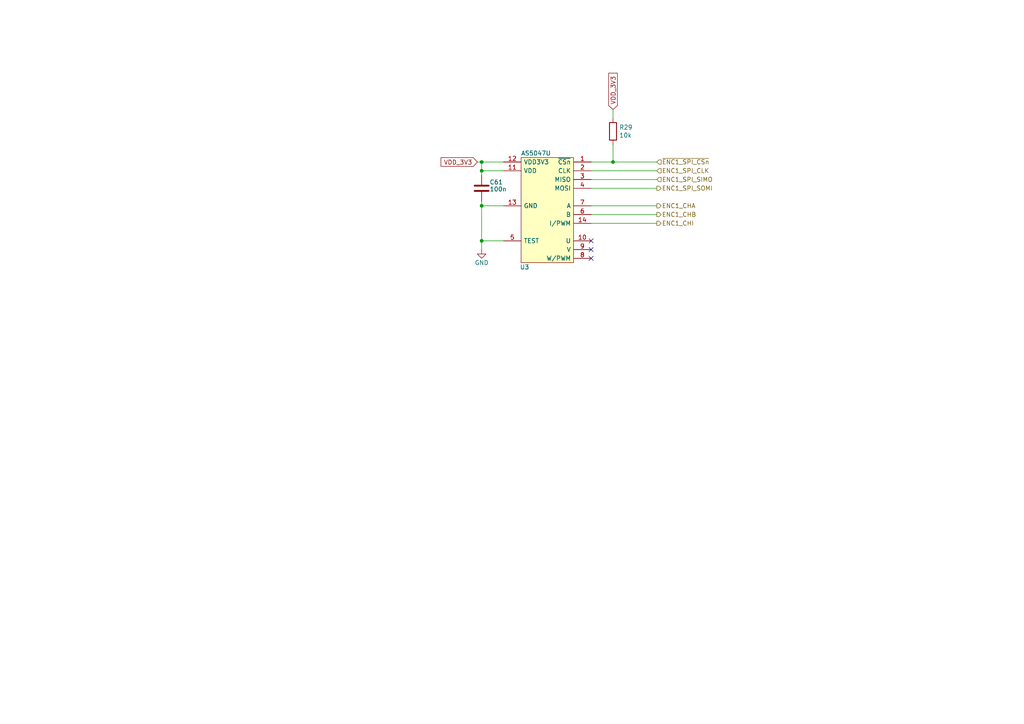
<source format=kicad_sch>
(kicad_sch (version 20231120) (generator "eeschema") (generator_version "8.0")
  (paper "A4")
  (title_block (title "Open MOtor DRiver Initiative  - Single Axis (OMODRI_SA)") (date "2024-11-08") (rev "1.0") (company "LAAS/CNRS"))
  (lib_symbols
    (symbol "Device:C" (pin_numbers hide) (pin_names (offset 0.254))
      (property "Reference" "C" (at 0.635 2.54 0))
      (property "Value" "C" (at 0.635 -2.54 0))
      (symbol "C_0_1"
        (polyline (pts (xy -2.032 -0.762) (xy 2.032 -0.762)) (stroke (width 0.508)))
        (polyline (pts (xy -2.032 0.762) (xy 2.032 0.762)) (stroke (width 0.508)))
      )
      (symbol "C_1_1"
        (pin passive line (at 0 3.81 270) (length 2.794) (name "~") (number "1"))
        (pin passive line (at 0 -3.81 90) (length 2.794) (name "~") (number "2"))
      )
    )
    (symbol "Device:R" (pin_numbers hide) (pin_names (offset 0))
      (property "Reference" "R" (at 2.032 0 90))
      (property "Value" "R" (at 0 0 90))
      (symbol "R_0_1"
        (rectangle (start -1.016 -2.54) (end 1.016 2.54) (stroke (width 0.254)))
      )
      (symbol "R_1_1"
        (pin passive line (at 0 3.81 270) (length 1.27) (name "~") (number "1"))
        (pin passive line (at 0 -3.81 90) (length 1.27) (name "~") (number "2"))
      )
    )
    (symbol "omodri_lib:AS5047U" (pin_names (offset 0.762))
      (property "Reference" "U" (at 0 14.478 0))
      (property "Value" "AS5047U" (at 0 12.446 0))
      (symbol "AS5047U_0_0"
        (pin passive line (at 12.7 -12.7 180) (length 5.08) (name "U") (number "10"))
        (pin passive line (at -12.7 7.62 0) (length 5.08) (name "VDD") (number "11"))
        (pin passive line (at -12.7 10.16 0) (length 5.08) (name "VDD3V3") (number "12"))
        (pin passive line (at -12.7 -2.54 0) (length 5.08) (name "GND") (number "13"))
        (pin passive line (at 12.7 -7.62 180) (length 5.08) (name "I/PWM") (number "14"))
        (pin passive line (at 12.7 7.62 180) (length 5.08) (name "CLK") (number "2"))
        (pin passive line (at 12.7 5.08 180) (length 5.08) (name "MISO") (number "3"))
        (pin passive line (at 12.7 2.54 180) (length 5.08) (name "MOSI") (number "4"))
        (pin passive line (at -12.7 -12.7 0) (length 5.08) (name "TEST") (number "5"))
        (pin passive line (at 12.7 -5.08 180) (length 5.08) (name "B") (number "6"))
        (pin passive line (at 12.7 -2.54 180) (length 5.08) (name "A") (number "7"))
        (pin passive line (at 12.7 -17.78 180) (length 5.08) (name "W/PWM") (number "8"))
        (pin passive line (at 12.7 -15.24 180) (length 5.08) (name "V") (number "9"))
      )
      (symbol "AS5047U_1_0"
        (pin passive line (at 12.7 10.16 180) (length 5.08) (name "~{CSn}") (number "1"))
      )
      (symbol "AS5047U_1_1"
        (rectangle (start -7.62 11.43) (end 7.62 -19.05) (fill (type background)))
      )
    )
    (symbol "power:GND" (power) (pin_numbers hide) (pin_names (offset 0) hide)
      (property "Value" "GND" (at 0 -3.81 0))
      (symbol "GND_0_1"
        (polyline (pts (xy 0 0) (xy 0 -1.27) (xy 1.27 -1.27) (xy 0 -2.54) (xy -1.27 -1.27) (xy 0 -1.27)))
      )
      (symbol "GND_1_1"
        (pin power_in line (at 0 0 270) (length 0) (name "~") (number "1"))
      )
    )
  )
  (junction (at 139.7 69.85))
  (junction (at 139.7 49.53))
  (junction (at 139.7 59.69))
  (junction (at 139.7 46.99))
  (junction (at 177.8 46.99))
  (no_connect (at 171.45 72.39))
  (no_connect (at 171.45 69.85))
  (no_connect (at 171.45 74.93))
  (wire (pts (xy 171.45 62.23) (xy 190.5 62.23)))
  (wire (pts (xy 139.7 69.85) (xy 139.7 72.39)))
  (wire (pts (xy 171.45 64.77) (xy 190.5 64.77)))
  (wire (pts (xy 171.45 49.53) (xy 190.5 49.53)))
  (wire (pts (xy 139.7 59.69) (xy 139.7 69.85)))
  (wire (pts (xy 139.7 69.85) (xy 146.05 69.85)))
  (wire (pts (xy 139.7 46.99) (xy 139.7 49.53)))
  (wire (pts (xy 139.7 49.53) (xy 139.7 50.8)))
  (wire (pts (xy 177.8 46.99) (xy 190.5 46.99)))
  (wire (pts (xy 177.8 46.99) (xy 177.8 41.91)))
  (wire (pts (xy 138.43 46.99) (xy 139.7 46.99)))
  (wire (pts (xy 139.7 58.42) (xy 139.7 59.69)))
  (wire (pts (xy 171.45 52.07) (xy 190.5 52.07)))
  (wire (pts (xy 171.45 59.69) (xy 190.5 59.69)))
  (wire (pts (xy 146.05 49.53) (xy 139.7 49.53)))
  (wire (pts (xy 146.05 59.69) (xy 139.7 59.69)))
  (wire (pts (xy 139.7 46.99) (xy 146.05 46.99)))
  (wire (pts (xy 171.45 54.61) (xy 190.5 54.61)))
  (wire (pts (xy 171.45 46.99) (xy 177.8 46.99)))
  (wire (pts (xy 177.8 31.75) (xy 177.8 34.29)))
  (global_label "VDD_3V3" (shape input) (at 177.8 31.75 90) (property "Intersheetrefs" "${INTERSHEET_REFS}" (effects (hide yes))) (property "Références Inter-Feuilles" "${INTERSHEET_REFS}" (effects (hide yes))))
  (global_label "VDD_3V3" (shape input) (at 138.43 46.99 180) (property "Intersheetrefs" "${INTERSHEET_REFS}" (effects (hide yes))))
  (hierarchical_label "ENC1_CHB" (shape output) (at 190.5 62.23 0))
  (hierarchical_label "ENC1_SPI_SIMO" (shape input) (at 190.5 52.07 0))
  (hierarchical_label "ENC1_SPI_SOMI" (shape output) (at 190.5 54.61 0))
  (hierarchical_label "ENC1_SPI_CLK" (shape input) (at 190.5 49.53 0))
  (hierarchical_label "ENC1_CHI" (shape output) (at 190.5 64.77 0))
  (hierarchical_label "~{ENC1_SPI_CSn}" (shape input) (at 190.5 46.99 0))
  (hierarchical_label "ENC1_CHA" (shape output) (at 190.5 59.69 0))
  (symbol (lib_id "power:GND") (at 139.7 72.39 0) (unit 1)
    (property "Reference" "#PWR078" (effects (hide yes)))
    (property "Value" "GND" (at 139.7 76.2 0))
    (property "Description" "Power symbol creates a global label with name \"GND\" , ground" (effects (hide yes)))
  )
  (symbol (lib_id "Device:C") (at 139.7 54.61 0) (unit 1)
    (property "Reference" "C61" (at 141.986 52.832 0) (effects (justify left)))
    (property "Value" "100n" (at 141.986 54.864 0) (effects (justify left)))
    (property "Footprint" "Capacitor_SMD:C_0201_0603Metric" (effects (hide yes)))
    (property "Datasheet" "https://www.murata.com/en-eu/products/productdetail?partno=GRM033R61E104KE14%23" (effects (hide yes)))
    (property "Description" "0201, 100nf, 25V,  ±10%, X5R, SMD MLCC" (effects (hide yes)))
    (property "DigiKey" "490-12686-1-ND" (effects (hide yes)))
    (property "Farnell" "2990693" (effects (hide yes)))
    (property "Mouser" "81-GRM033R61E104KE4D" (effects (hide yes)))
    (property "Part No" "GRM033R61E104KE14D" (effects (hide yes)))
    (property "RS" "185-2066" (effects (hide yes)))
    (property "LCSC" "C76939" (effects (hide yes)))
    (property "Manufacturer" "MURATA" (effects (hide yes)))
    (property "Assembling" "SMD" (effects (hide yes)))
  )
  (symbol (lib_id "Device:R") (at 177.8 38.1 180) (unit 1)
    (property "Reference" "R29" (at 179.578 36.9316 0) (effects (justify right)))
    (property "Value" "10k" (at 179.578 39.243 0) (effects (justify right)))
    (property "Footprint" "Resistor_SMD:R_0201_0603Metric" (effects (hide yes)))
    (property "Datasheet" "https://industrial.panasonic.com/sa/products/pt/general-purpose-chip-resistors/models/ERJ1GNF1002C" (effects (hide yes)))
    (property "Description" "0201, 10kΩ, 0.05W, ±1%, SMD  resistor" (effects (hide yes)))
    (property "DigiKey" "P122414CT-ND" (effects (hide yes)))
    (property "Farnell" "2302362" (effects (hide yes)))
    (property "Mouser" "667-ERJ-1GNF1002C" (effects (hide yes)))
    (property "Part No" "ERJ1GNF1002C" (effects (hide yes)))
    (property "RS" "176-3597" (effects (hide yes)))
    (property "LCSC" "C717002" (effects (hide yes)))
    (property "Manufacturer" "PANASONIC" (effects (hide yes)))
    (property "Assembling" "SMD" (effects (hide yes)))
  )
  (symbol (lib_id "omodri_lib:AS5047U") (at 158.75 57.15 0) (unit 1)
    (property "Reference" "U3" (at 152.146 77.47 0))
    (property "Value" "AS5047U" (at 155.448 44.45 0))
    (property "Footprint" "Package_SO:TSSOP-14_4.4x5mm_P0.65mm" (effects (hide yes)))
    (property "Datasheet" "https://look.ams-osram.com/m/48d90c982e0879e8/original/AS5047U-DS000637.pdf" (effects (hide yes)))
    (property "Description" "TSSOP14, 14-Bit On-Axis relative and absolute magnetic rotary encoder" (effects (hide yes)))
    (property "Manufacturer" "OSRAM/AMS" (effects (hide yes)))
    (property "DigiKey" "4991-AS5047U-HTSMCT-ND" (effects (hide yes)))
    (property "Farnell" "4328200" (effects (hide yes)))
    (property "LCSC" "C2153630" (effects (hide yes)))
    (property "Mouser" "985-AS5047U-HTSM" (effects (hide yes)))
    (property "Part No" "AS5047U-HTSM" (effects (hide yes)))
    (property "RS" "200-9466" (effects (hide yes)))
    (property "Assembling" "SMD" (effects (hide yes)))
  )
)
</source>
